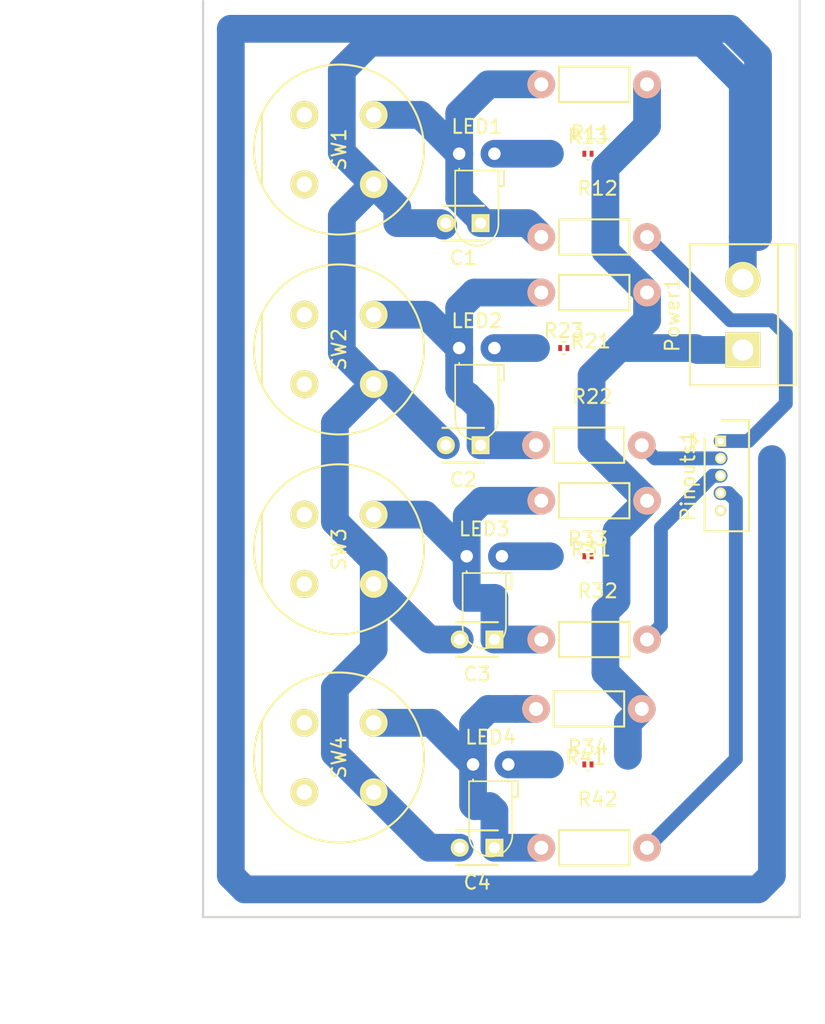
<source format=kicad_pcb>
(kicad_pcb (version 4) (host pcbnew 4.0.6-e0-6349~53~ubuntu16.04.1)

  (general
    (links 40)
    (no_connects 12)
    (area 119.924999 59.924999 165.055 126.075001)
    (thickness 1.6)
    (drawings 5)
    (tracks 124)
    (zones 0)
    (modules 26)
    (nets 16)
  )

  (page A4)
  (layers
    (0 F.Cu signal)
    (31 B.Cu signal)
    (32 B.Adhes user)
    (33 F.Adhes user)
    (34 B.Paste user)
    (35 F.Paste user)
    (36 B.SilkS user)
    (37 F.SilkS user)
    (38 B.Mask user)
    (39 F.Mask user)
    (40 Dwgs.User user)
    (41 Cmts.User user)
    (42 Eco1.User user)
    (43 Eco2.User user)
    (44 Edge.Cuts user)
    (45 Margin user)
    (46 B.CrtYd user)
    (47 F.CrtYd user)
    (48 B.Fab user)
    (49 F.Fab user)
  )

  (setup
    (last_trace_width 2)
    (trace_clearance 0.2)
    (zone_clearance 0.508)
    (zone_45_only no)
    (trace_min 0.2)
    (segment_width 0.2)
    (edge_width 0.15)
    (via_size 0.6)
    (via_drill 0.4)
    (via_min_size 0.4)
    (via_min_drill 0.3)
    (uvia_size 0.3)
    (uvia_drill 0.1)
    (uvias_allowed no)
    (uvia_min_size 0.2)
    (uvia_min_drill 0.1)
    (pcb_text_width 0.3)
    (pcb_text_size 1.5 1.5)
    (mod_edge_width 0.15)
    (mod_text_size 1 1)
    (mod_text_width 0.15)
    (pad_size 1.524 1.524)
    (pad_drill 0.762)
    (pad_to_mask_clearance 0.2)
    (aux_axis_origin 0 0)
    (visible_elements FFFFFFFF)
    (pcbplotparams
      (layerselection 0x00030_80000001)
      (usegerberextensions false)
      (excludeedgelayer true)
      (linewidth 0.100000)
      (plotframeref false)
      (viasonmask false)
      (mode 1)
      (useauxorigin false)
      (hpglpennumber 1)
      (hpglpenspeed 20)
      (hpglpendiameter 15)
      (hpglpenoverlay 2)
      (psnegative false)
      (psa4output false)
      (plotreference true)
      (plotvalue true)
      (plotinvisibletext false)
      (padsonsilk false)
      (subtractmaskfromsilk false)
      (outputformat 4)
      (mirror true)
      (drillshape 2)
      (scaleselection 1)
      (outputdirectory output/))
  )

  (net 0 "")
  (net 1 "Net-(C1-Pad1)")
  (net 2 GND)
  (net 3 "Net-(C2-Pad1)")
  (net 4 "Net-(C3-Pad1)")
  (net 5 "Net-(C4-Pad1)")
  (net 6 "Net-(Pinputs1-Pad1)")
  (net 7 "Net-(Pinputs1-Pad2)")
  (net 8 "Net-(Pinputs1-Pad3)")
  (net 9 "Net-(Pinputs1-Pad4)")
  (net 10 "Net-(Pinputs1-Pad5)")
  (net 11 +3V3)
  (net 12 "Net-(LED1-Pad2)")
  (net 13 "Net-(LED2-Pad2)")
  (net 14 "Net-(LED3-Pad2)")
  (net 15 "Net-(LED4-Pad2)")

  (net_class Default "This is the default net class."
    (clearance 0.2)
    (trace_width 2)
    (via_dia 0.6)
    (via_drill 0.4)
    (uvia_dia 0.3)
    (uvia_drill 0.1)
    (add_net +3V3)
    (add_net GND)
    (add_net "Net-(C1-Pad1)")
    (add_net "Net-(C2-Pad1)")
    (add_net "Net-(C3-Pad1)")
    (add_net "Net-(C4-Pad1)")
    (add_net "Net-(LED1-Pad2)")
    (add_net "Net-(LED2-Pad2)")
    (add_net "Net-(LED3-Pad2)")
    (add_net "Net-(LED4-Pad2)")
    (add_net "Net-(Pinputs1-Pad1)")
    (add_net "Net-(Pinputs1-Pad2)")
    (add_net "Net-(Pinputs1-Pad3)")
    (add_net "Net-(Pinputs1-Pad4)")
    (add_net "Net-(Pinputs1-Pad5)")
  )

  (module LEDs:LED_D3.0mm_Horicontal_O1.27mm (layer F.Cu) (tedit 587A6921) (tstamp 595FA432)
    (at 138.46 85)
    (descr "LED, diameter 3.0mm, 2 pins")
    (tags "LED diameter 3.0mm 2 pins")
    (path /595FAD85)
    (fp_text reference LED2 (at 1.27 -1.96) (layer F.SilkS)
      (effects (font (size 1 1) (thickness 0.15)))
    )
    (fp_text value LED (at 1.27 7.63) (layer F.Fab)
      (effects (font (size 1 1) (thickness 0.15)))
    )
    (fp_arc (start 1.27 5.07) (end -0.23 5.07) (angle -180) (layer F.Fab) (width 0.1))
    (fp_arc (start 1.27 5.07) (end -0.29 5.07) (angle -180) (layer F.SilkS) (width 0.12))
    (fp_line (start -0.23 1.27) (end -0.23 5.07) (layer F.Fab) (width 0.1))
    (fp_line (start 2.77 1.27) (end 2.77 5.07) (layer F.Fab) (width 0.1))
    (fp_line (start -0.23 1.27) (end 2.77 1.27) (layer F.Fab) (width 0.1))
    (fp_line (start 3.17 1.27) (end 3.17 2.27) (layer F.Fab) (width 0.1))
    (fp_line (start 3.17 2.27) (end 2.77 2.27) (layer F.Fab) (width 0.1))
    (fp_line (start 2.77 2.27) (end 2.77 1.27) (layer F.Fab) (width 0.1))
    (fp_line (start 2.77 1.27) (end 3.17 1.27) (layer F.Fab) (width 0.1))
    (fp_line (start 0 0) (end 0 1.27) (layer F.Fab) (width 0.1))
    (fp_line (start 0 1.27) (end 0 1.27) (layer F.Fab) (width 0.1))
    (fp_line (start 0 1.27) (end 0 0) (layer F.Fab) (width 0.1))
    (fp_line (start 0 0) (end 0 0) (layer F.Fab) (width 0.1))
    (fp_line (start 2.54 0) (end 2.54 1.27) (layer F.Fab) (width 0.1))
    (fp_line (start 2.54 1.27) (end 2.54 1.27) (layer F.Fab) (width 0.1))
    (fp_line (start 2.54 1.27) (end 2.54 0) (layer F.Fab) (width 0.1))
    (fp_line (start 2.54 0) (end 2.54 0) (layer F.Fab) (width 0.1))
    (fp_line (start -0.29 1.21) (end -0.29 5.07) (layer F.SilkS) (width 0.12))
    (fp_line (start 2.83 1.21) (end 2.83 5.07) (layer F.SilkS) (width 0.12))
    (fp_line (start -0.29 1.21) (end 2.83 1.21) (layer F.SilkS) (width 0.12))
    (fp_line (start 3.23 1.21) (end 3.23 2.33) (layer F.SilkS) (width 0.12))
    (fp_line (start 3.23 2.33) (end 2.83 2.33) (layer F.SilkS) (width 0.12))
    (fp_line (start 2.83 2.33) (end 2.83 1.21) (layer F.SilkS) (width 0.12))
    (fp_line (start 2.83 1.21) (end 3.23 1.21) (layer F.SilkS) (width 0.12))
    (fp_line (start 0 1.08) (end 0 1.21) (layer F.SilkS) (width 0.12))
    (fp_line (start 0 1.21) (end 0 1.21) (layer F.SilkS) (width 0.12))
    (fp_line (start 0 1.21) (end 0 1.08) (layer F.SilkS) (width 0.12))
    (fp_line (start 0 1.08) (end 0 1.08) (layer F.SilkS) (width 0.12))
    (fp_line (start 2.54 1.08) (end 2.54 1.21) (layer F.SilkS) (width 0.12))
    (fp_line (start 2.54 1.21) (end 2.54 1.21) (layer F.SilkS) (width 0.12))
    (fp_line (start 2.54 1.21) (end 2.54 1.08) (layer F.SilkS) (width 0.12))
    (fp_line (start 2.54 1.08) (end 2.54 1.08) (layer F.SilkS) (width 0.12))
    (fp_line (start -1.25 -1.25) (end -1.25 6.9) (layer F.CrtYd) (width 0.05))
    (fp_line (start -1.25 6.9) (end 3.75 6.9) (layer F.CrtYd) (width 0.05))
    (fp_line (start 3.75 6.9) (end 3.75 -1.25) (layer F.CrtYd) (width 0.05))
    (fp_line (start 3.75 -1.25) (end -1.25 -1.25) (layer F.CrtYd) (width 0.05))
    (pad 1 thru_hole rect (at 0 0) (size 1.8 1.8) (drill 0.9) (layers *.Cu *.Mask)
      (net 3 "Net-(C2-Pad1)"))
    (pad 2 thru_hole circle (at 2.54 0) (size 1.8 1.8) (drill 0.9) (layers *.Cu *.Mask)
      (net 13 "Net-(LED2-Pad2)"))
    (model LEDs.3dshapes/LED_D3.0mm_Horicontal_O1.27mm.wrl
      (at (xyz 0 0 0))
      (scale (xyz 0.393701 0.393701 0.393701))
      (rotate (xyz 0 0 0))
    )
  )

  (module Capacitors_ThroughHole:C_Disc_D3_P2.5 (layer F.Cu) (tedit 0) (tstamp 58E0DC88)
    (at 140 76 180)
    (descr "Capacitor 3mm Disc, Pitch 2.5mm")
    (tags Capacitor)
    (path /58E0D734)
    (fp_text reference C1 (at 1.25 -2.5 180) (layer F.SilkS)
      (effects (font (size 1 1) (thickness 0.15)))
    )
    (fp_text value 100uF (at 1.25 2.5 180) (layer F.Fab)
      (effects (font (size 1 1) (thickness 0.15)))
    )
    (fp_line (start -0.9 -1.5) (end 3.4 -1.5) (layer F.CrtYd) (width 0.05))
    (fp_line (start 3.4 -1.5) (end 3.4 1.5) (layer F.CrtYd) (width 0.05))
    (fp_line (start 3.4 1.5) (end -0.9 1.5) (layer F.CrtYd) (width 0.05))
    (fp_line (start -0.9 1.5) (end -0.9 -1.5) (layer F.CrtYd) (width 0.05))
    (fp_line (start -0.25 -1.25) (end 2.75 -1.25) (layer F.SilkS) (width 0.15))
    (fp_line (start 2.75 1.25) (end -0.25 1.25) (layer F.SilkS) (width 0.15))
    (pad 1 thru_hole rect (at 0 0 180) (size 1.3 1.3) (drill 0.8) (layers *.Cu *.Mask F.SilkS)
      (net 1 "Net-(C1-Pad1)"))
    (pad 2 thru_hole circle (at 2.5 0 180) (size 1.3 1.3) (drill 0.8001) (layers *.Cu *.Mask F.SilkS)
      (net 2 GND))
    (model Capacitors_ThroughHole.3dshapes/C_Disc_D3_P2.5.wrl
      (at (xyz 0.0492126 0 0))
      (scale (xyz 1 1 1))
      (rotate (xyz 0 0 0))
    )
  )

  (module Capacitors_ThroughHole:C_Disc_D3_P2.5 (layer F.Cu) (tedit 0) (tstamp 58E0DC8E)
    (at 140 92 180)
    (descr "Capacitor 3mm Disc, Pitch 2.5mm")
    (tags Capacitor)
    (path /58E0DE7F)
    (fp_text reference C2 (at 1.25 -2.5 180) (layer F.SilkS)
      (effects (font (size 1 1) (thickness 0.15)))
    )
    (fp_text value 100uF (at 1.25 2.5 180) (layer F.Fab)
      (effects (font (size 1 1) (thickness 0.15)))
    )
    (fp_line (start -0.9 -1.5) (end 3.4 -1.5) (layer F.CrtYd) (width 0.05))
    (fp_line (start 3.4 -1.5) (end 3.4 1.5) (layer F.CrtYd) (width 0.05))
    (fp_line (start 3.4 1.5) (end -0.9 1.5) (layer F.CrtYd) (width 0.05))
    (fp_line (start -0.9 1.5) (end -0.9 -1.5) (layer F.CrtYd) (width 0.05))
    (fp_line (start -0.25 -1.25) (end 2.75 -1.25) (layer F.SilkS) (width 0.15))
    (fp_line (start 2.75 1.25) (end -0.25 1.25) (layer F.SilkS) (width 0.15))
    (pad 1 thru_hole rect (at 0 0 180) (size 1.3 1.3) (drill 0.8) (layers *.Cu *.Mask F.SilkS)
      (net 3 "Net-(C2-Pad1)"))
    (pad 2 thru_hole circle (at 2.5 0 180) (size 1.3 1.3) (drill 0.8001) (layers *.Cu *.Mask F.SilkS)
      (net 2 GND))
    (model Capacitors_ThroughHole.3dshapes/C_Disc_D3_P2.5.wrl
      (at (xyz 0.0492126 0 0))
      (scale (xyz 1 1 1))
      (rotate (xyz 0 0 0))
    )
  )

  (module Capacitors_ThroughHole:C_Disc_D3_P2.5 (layer F.Cu) (tedit 0) (tstamp 58E0DC94)
    (at 141 106 180)
    (descr "Capacitor 3mm Disc, Pitch 2.5mm")
    (tags Capacitor)
    (path /58E0E009)
    (fp_text reference C3 (at 1.25 -2.5 180) (layer F.SilkS)
      (effects (font (size 1 1) (thickness 0.15)))
    )
    (fp_text value 100uF (at 1.25 2.5 180) (layer F.Fab)
      (effects (font (size 1 1) (thickness 0.15)))
    )
    (fp_line (start -0.9 -1.5) (end 3.4 -1.5) (layer F.CrtYd) (width 0.05))
    (fp_line (start 3.4 -1.5) (end 3.4 1.5) (layer F.CrtYd) (width 0.05))
    (fp_line (start 3.4 1.5) (end -0.9 1.5) (layer F.CrtYd) (width 0.05))
    (fp_line (start -0.9 1.5) (end -0.9 -1.5) (layer F.CrtYd) (width 0.05))
    (fp_line (start -0.25 -1.25) (end 2.75 -1.25) (layer F.SilkS) (width 0.15))
    (fp_line (start 2.75 1.25) (end -0.25 1.25) (layer F.SilkS) (width 0.15))
    (pad 1 thru_hole rect (at 0 0 180) (size 1.3 1.3) (drill 0.8) (layers *.Cu *.Mask F.SilkS)
      (net 4 "Net-(C3-Pad1)"))
    (pad 2 thru_hole circle (at 2.5 0 180) (size 1.3 1.3) (drill 0.8001) (layers *.Cu *.Mask F.SilkS)
      (net 2 GND))
    (model Capacitors_ThroughHole.3dshapes/C_Disc_D3_P2.5.wrl
      (at (xyz 0.0492126 0 0))
      (scale (xyz 1 1 1))
      (rotate (xyz 0 0 0))
    )
  )

  (module Capacitors_ThroughHole:C_Disc_D3_P2.5 (layer F.Cu) (tedit 0) (tstamp 58E0DC9A)
    (at 141 121 180)
    (descr "Capacitor 3mm Disc, Pitch 2.5mm")
    (tags Capacitor)
    (path /58E0E213)
    (fp_text reference C4 (at 1.25 -2.5 180) (layer F.SilkS)
      (effects (font (size 1 1) (thickness 0.15)))
    )
    (fp_text value 100uF (at 1.25 2.5 180) (layer F.Fab)
      (effects (font (size 1 1) (thickness 0.15)))
    )
    (fp_line (start -0.9 -1.5) (end 3.4 -1.5) (layer F.CrtYd) (width 0.05))
    (fp_line (start 3.4 -1.5) (end 3.4 1.5) (layer F.CrtYd) (width 0.05))
    (fp_line (start 3.4 1.5) (end -0.9 1.5) (layer F.CrtYd) (width 0.05))
    (fp_line (start -0.9 1.5) (end -0.9 -1.5) (layer F.CrtYd) (width 0.05))
    (fp_line (start -0.25 -1.25) (end 2.75 -1.25) (layer F.SilkS) (width 0.15))
    (fp_line (start 2.75 1.25) (end -0.25 1.25) (layer F.SilkS) (width 0.15))
    (pad 1 thru_hole rect (at 0 0 180) (size 1.3 1.3) (drill 0.8) (layers *.Cu *.Mask F.SilkS)
      (net 5 "Net-(C4-Pad1)"))
    (pad 2 thru_hole circle (at 2.5 0 180) (size 1.3 1.3) (drill 0.8001) (layers *.Cu *.Mask F.SilkS)
      (net 2 GND))
    (model Capacitors_ThroughHole.3dshapes/C_Disc_D3_P2.5.wrl
      (at (xyz 0.0492126 0 0))
      (scale (xyz 1 1 1))
      (rotate (xyz 0 0 0))
    )
  )

  (module Resistors_ThroughHole:Resistor_Horizontal_RM7mm (layer F.Cu) (tedit 569FCF07) (tstamp 58E0DCB0)
    (at 152 66 180)
    (descr "Resistor, Axial,  RM 7.62mm, 1/3W,")
    (tags "Resistor Axial RM 7.62mm 1/3W R3")
    (path /58E0D645)
    (fp_text reference R11 (at 4.05892 -3.50012 180) (layer F.SilkS)
      (effects (font (size 1 1) (thickness 0.15)))
    )
    (fp_text value 10k (at 3.81 3.81 180) (layer F.Fab)
      (effects (font (size 1 1) (thickness 0.15)))
    )
    (fp_line (start -1.25 -1.5) (end 8.85 -1.5) (layer F.CrtYd) (width 0.05))
    (fp_line (start -1.25 1.5) (end -1.25 -1.5) (layer F.CrtYd) (width 0.05))
    (fp_line (start 8.85 -1.5) (end 8.85 1.5) (layer F.CrtYd) (width 0.05))
    (fp_line (start -1.25 1.5) (end 8.85 1.5) (layer F.CrtYd) (width 0.05))
    (fp_line (start 1.27 -1.27) (end 6.35 -1.27) (layer F.SilkS) (width 0.15))
    (fp_line (start 6.35 -1.27) (end 6.35 1.27) (layer F.SilkS) (width 0.15))
    (fp_line (start 6.35 1.27) (end 1.27 1.27) (layer F.SilkS) (width 0.15))
    (fp_line (start 1.27 1.27) (end 1.27 -1.27) (layer F.SilkS) (width 0.15))
    (pad 1 thru_hole circle (at 0 0 180) (size 1.99898 1.99898) (drill 1.00076) (layers *.Cu *.SilkS *.Mask)
      (net 11 +3V3))
    (pad 2 thru_hole circle (at 7.62 0 180) (size 1.99898 1.99898) (drill 1.00076) (layers *.Cu *.SilkS *.Mask)
      (net 1 "Net-(C1-Pad1)"))
  )

  (module Resistors_ThroughHole:Resistor_Horizontal_RM7mm (layer F.Cu) (tedit 569FCF07) (tstamp 58E0DCB6)
    (at 144.38 77)
    (descr "Resistor, Axial,  RM 7.62mm, 1/3W,")
    (tags "Resistor Axial RM 7.62mm 1/3W R3")
    (path /58E0D704)
    (fp_text reference R12 (at 4.05892 -3.50012) (layer F.SilkS)
      (effects (font (size 1 1) (thickness 0.15)))
    )
    (fp_text value 1k (at 3.81 3.81) (layer F.Fab)
      (effects (font (size 1 1) (thickness 0.15)))
    )
    (fp_line (start -1.25 -1.5) (end 8.85 -1.5) (layer F.CrtYd) (width 0.05))
    (fp_line (start -1.25 1.5) (end -1.25 -1.5) (layer F.CrtYd) (width 0.05))
    (fp_line (start 8.85 -1.5) (end 8.85 1.5) (layer F.CrtYd) (width 0.05))
    (fp_line (start -1.25 1.5) (end 8.85 1.5) (layer F.CrtYd) (width 0.05))
    (fp_line (start 1.27 -1.27) (end 6.35 -1.27) (layer F.SilkS) (width 0.15))
    (fp_line (start 6.35 -1.27) (end 6.35 1.27) (layer F.SilkS) (width 0.15))
    (fp_line (start 6.35 1.27) (end 1.27 1.27) (layer F.SilkS) (width 0.15))
    (fp_line (start 1.27 1.27) (end 1.27 -1.27) (layer F.SilkS) (width 0.15))
    (pad 1 thru_hole circle (at 0 0) (size 1.99898 1.99898) (drill 1.00076) (layers *.Cu *.SilkS *.Mask)
      (net 1 "Net-(C1-Pad1)"))
    (pad 2 thru_hole circle (at 7.62 0) (size 1.99898 1.99898) (drill 1.00076) (layers *.Cu *.SilkS *.Mask)
      (net 6 "Net-(Pinputs1-Pad1)"))
  )

  (module Resistors_ThroughHole:Resistor_Horizontal_RM7mm (layer F.Cu) (tedit 569FCF07) (tstamp 58E0DCBC)
    (at 152 81 180)
    (descr "Resistor, Axial,  RM 7.62mm, 1/3W,")
    (tags "Resistor Axial RM 7.62mm 1/3W R3")
    (path /58E0DE73)
    (fp_text reference R21 (at 4.05892 -3.50012 180) (layer F.SilkS)
      (effects (font (size 1 1) (thickness 0.15)))
    )
    (fp_text value 10k (at 3.81 3.81 180) (layer F.Fab)
      (effects (font (size 1 1) (thickness 0.15)))
    )
    (fp_line (start -1.25 -1.5) (end 8.85 -1.5) (layer F.CrtYd) (width 0.05))
    (fp_line (start -1.25 1.5) (end -1.25 -1.5) (layer F.CrtYd) (width 0.05))
    (fp_line (start 8.85 -1.5) (end 8.85 1.5) (layer F.CrtYd) (width 0.05))
    (fp_line (start -1.25 1.5) (end 8.85 1.5) (layer F.CrtYd) (width 0.05))
    (fp_line (start 1.27 -1.27) (end 6.35 -1.27) (layer F.SilkS) (width 0.15))
    (fp_line (start 6.35 -1.27) (end 6.35 1.27) (layer F.SilkS) (width 0.15))
    (fp_line (start 6.35 1.27) (end 1.27 1.27) (layer F.SilkS) (width 0.15))
    (fp_line (start 1.27 1.27) (end 1.27 -1.27) (layer F.SilkS) (width 0.15))
    (pad 1 thru_hole circle (at 0 0 180) (size 1.99898 1.99898) (drill 1.00076) (layers *.Cu *.SilkS *.Mask)
      (net 11 +3V3))
    (pad 2 thru_hole circle (at 7.62 0 180) (size 1.99898 1.99898) (drill 1.00076) (layers *.Cu *.SilkS *.Mask)
      (net 3 "Net-(C2-Pad1)"))
  )

  (module Resistors_ThroughHole:Resistor_Horizontal_RM7mm (layer F.Cu) (tedit 569FCF07) (tstamp 58E0DCC2)
    (at 144 92)
    (descr "Resistor, Axial,  RM 7.62mm, 1/3W,")
    (tags "Resistor Axial RM 7.62mm 1/3W R3")
    (path /58E0DE79)
    (fp_text reference R22 (at 4.05892 -3.50012) (layer F.SilkS)
      (effects (font (size 1 1) (thickness 0.15)))
    )
    (fp_text value 1k (at 3.81 3.81) (layer F.Fab)
      (effects (font (size 1 1) (thickness 0.15)))
    )
    (fp_line (start -1.25 -1.5) (end 8.85 -1.5) (layer F.CrtYd) (width 0.05))
    (fp_line (start -1.25 1.5) (end -1.25 -1.5) (layer F.CrtYd) (width 0.05))
    (fp_line (start 8.85 -1.5) (end 8.85 1.5) (layer F.CrtYd) (width 0.05))
    (fp_line (start -1.25 1.5) (end 8.85 1.5) (layer F.CrtYd) (width 0.05))
    (fp_line (start 1.27 -1.27) (end 6.35 -1.27) (layer F.SilkS) (width 0.15))
    (fp_line (start 6.35 -1.27) (end 6.35 1.27) (layer F.SilkS) (width 0.15))
    (fp_line (start 6.35 1.27) (end 1.27 1.27) (layer F.SilkS) (width 0.15))
    (fp_line (start 1.27 1.27) (end 1.27 -1.27) (layer F.SilkS) (width 0.15))
    (pad 1 thru_hole circle (at 0 0) (size 1.99898 1.99898) (drill 1.00076) (layers *.Cu *.SilkS *.Mask)
      (net 3 "Net-(C2-Pad1)"))
    (pad 2 thru_hole circle (at 7.62 0) (size 1.99898 1.99898) (drill 1.00076) (layers *.Cu *.SilkS *.Mask)
      (net 7 "Net-(Pinputs1-Pad2)"))
  )

  (module Resistors_ThroughHole:Resistor_Horizontal_RM7mm (layer F.Cu) (tedit 569FCF07) (tstamp 58E0DCC8)
    (at 152 96 180)
    (descr "Resistor, Axial,  RM 7.62mm, 1/3W,")
    (tags "Resistor Axial RM 7.62mm 1/3W R3")
    (path /58E0DFFD)
    (fp_text reference R31 (at 4.05892 -3.50012 180) (layer F.SilkS)
      (effects (font (size 1 1) (thickness 0.15)))
    )
    (fp_text value 10k (at 3.81 3.81 180) (layer F.Fab)
      (effects (font (size 1 1) (thickness 0.15)))
    )
    (fp_line (start -1.25 -1.5) (end 8.85 -1.5) (layer F.CrtYd) (width 0.05))
    (fp_line (start -1.25 1.5) (end -1.25 -1.5) (layer F.CrtYd) (width 0.05))
    (fp_line (start 8.85 -1.5) (end 8.85 1.5) (layer F.CrtYd) (width 0.05))
    (fp_line (start -1.25 1.5) (end 8.85 1.5) (layer F.CrtYd) (width 0.05))
    (fp_line (start 1.27 -1.27) (end 6.35 -1.27) (layer F.SilkS) (width 0.15))
    (fp_line (start 6.35 -1.27) (end 6.35 1.27) (layer F.SilkS) (width 0.15))
    (fp_line (start 6.35 1.27) (end 1.27 1.27) (layer F.SilkS) (width 0.15))
    (fp_line (start 1.27 1.27) (end 1.27 -1.27) (layer F.SilkS) (width 0.15))
    (pad 1 thru_hole circle (at 0 0 180) (size 1.99898 1.99898) (drill 1.00076) (layers *.Cu *.SilkS *.Mask)
      (net 11 +3V3))
    (pad 2 thru_hole circle (at 7.62 0 180) (size 1.99898 1.99898) (drill 1.00076) (layers *.Cu *.SilkS *.Mask)
      (net 4 "Net-(C3-Pad1)"))
  )

  (module Resistors_ThroughHole:Resistor_Horizontal_RM7mm (layer F.Cu) (tedit 569FCF07) (tstamp 58E0DCCE)
    (at 144.38 106)
    (descr "Resistor, Axial,  RM 7.62mm, 1/3W,")
    (tags "Resistor Axial RM 7.62mm 1/3W R3")
    (path /58E0E003)
    (fp_text reference R32 (at 4.05892 -3.50012) (layer F.SilkS)
      (effects (font (size 1 1) (thickness 0.15)))
    )
    (fp_text value 1k (at 3.81 3.81) (layer F.Fab)
      (effects (font (size 1 1) (thickness 0.15)))
    )
    (fp_line (start -1.25 -1.5) (end 8.85 -1.5) (layer F.CrtYd) (width 0.05))
    (fp_line (start -1.25 1.5) (end -1.25 -1.5) (layer F.CrtYd) (width 0.05))
    (fp_line (start 8.85 -1.5) (end 8.85 1.5) (layer F.CrtYd) (width 0.05))
    (fp_line (start -1.25 1.5) (end 8.85 1.5) (layer F.CrtYd) (width 0.05))
    (fp_line (start 1.27 -1.27) (end 6.35 -1.27) (layer F.SilkS) (width 0.15))
    (fp_line (start 6.35 -1.27) (end 6.35 1.27) (layer F.SilkS) (width 0.15))
    (fp_line (start 6.35 1.27) (end 1.27 1.27) (layer F.SilkS) (width 0.15))
    (fp_line (start 1.27 1.27) (end 1.27 -1.27) (layer F.SilkS) (width 0.15))
    (pad 1 thru_hole circle (at 0 0) (size 1.99898 1.99898) (drill 1.00076) (layers *.Cu *.SilkS *.Mask)
      (net 4 "Net-(C3-Pad1)"))
    (pad 2 thru_hole circle (at 7.62 0) (size 1.99898 1.99898) (drill 1.00076) (layers *.Cu *.SilkS *.Mask)
      (net 8 "Net-(Pinputs1-Pad3)"))
  )

  (module Resistors_ThroughHole:Resistor_Horizontal_RM7mm (layer F.Cu) (tedit 569FCF07) (tstamp 58E0DCD4)
    (at 151.62 111 180)
    (descr "Resistor, Axial,  RM 7.62mm, 1/3W,")
    (tags "Resistor Axial RM 7.62mm 1/3W R3")
    (path /58E0E207)
    (fp_text reference R41 (at 4.05892 -3.50012 180) (layer F.SilkS)
      (effects (font (size 1 1) (thickness 0.15)))
    )
    (fp_text value 10k (at 3.81 3.81 180) (layer F.Fab)
      (effects (font (size 1 1) (thickness 0.15)))
    )
    (fp_line (start -1.25 -1.5) (end 8.85 -1.5) (layer F.CrtYd) (width 0.05))
    (fp_line (start -1.25 1.5) (end -1.25 -1.5) (layer F.CrtYd) (width 0.05))
    (fp_line (start 8.85 -1.5) (end 8.85 1.5) (layer F.CrtYd) (width 0.05))
    (fp_line (start -1.25 1.5) (end 8.85 1.5) (layer F.CrtYd) (width 0.05))
    (fp_line (start 1.27 -1.27) (end 6.35 -1.27) (layer F.SilkS) (width 0.15))
    (fp_line (start 6.35 -1.27) (end 6.35 1.27) (layer F.SilkS) (width 0.15))
    (fp_line (start 6.35 1.27) (end 1.27 1.27) (layer F.SilkS) (width 0.15))
    (fp_line (start 1.27 1.27) (end 1.27 -1.27) (layer F.SilkS) (width 0.15))
    (pad 1 thru_hole circle (at 0 0 180) (size 1.99898 1.99898) (drill 1.00076) (layers *.Cu *.SilkS *.Mask)
      (net 11 +3V3))
    (pad 2 thru_hole circle (at 7.62 0 180) (size 1.99898 1.99898) (drill 1.00076) (layers *.Cu *.SilkS *.Mask)
      (net 5 "Net-(C4-Pad1)"))
  )

  (module Resistors_ThroughHole:Resistor_Horizontal_RM7mm (layer F.Cu) (tedit 569FCF07) (tstamp 58E0DCDA)
    (at 144.38 121)
    (descr "Resistor, Axial,  RM 7.62mm, 1/3W,")
    (tags "Resistor Axial RM 7.62mm 1/3W R3")
    (path /58E0E20D)
    (fp_text reference R42 (at 4.05892 -3.50012) (layer F.SilkS)
      (effects (font (size 1 1) (thickness 0.15)))
    )
    (fp_text value 1k (at 3.81 3.81) (layer F.Fab)
      (effects (font (size 1 1) (thickness 0.15)))
    )
    (fp_line (start -1.25 -1.5) (end 8.85 -1.5) (layer F.CrtYd) (width 0.05))
    (fp_line (start -1.25 1.5) (end -1.25 -1.5) (layer F.CrtYd) (width 0.05))
    (fp_line (start 8.85 -1.5) (end 8.85 1.5) (layer F.CrtYd) (width 0.05))
    (fp_line (start -1.25 1.5) (end 8.85 1.5) (layer F.CrtYd) (width 0.05))
    (fp_line (start 1.27 -1.27) (end 6.35 -1.27) (layer F.SilkS) (width 0.15))
    (fp_line (start 6.35 -1.27) (end 6.35 1.27) (layer F.SilkS) (width 0.15))
    (fp_line (start 6.35 1.27) (end 1.27 1.27) (layer F.SilkS) (width 0.15))
    (fp_line (start 1.27 1.27) (end 1.27 -1.27) (layer F.SilkS) (width 0.15))
    (pad 1 thru_hole circle (at 0 0) (size 1.99898 1.99898) (drill 1.00076) (layers *.Cu *.SilkS *.Mask)
      (net 5 "Net-(C4-Pad1)"))
    (pad 2 thru_hole circle (at 7.62 0) (size 1.99898 1.99898) (drill 1.00076) (layers *.Cu *.SilkS *.Mask)
      (net 9 "Net-(Pinputs1-Pad4)"))
  )

  (module Buttons_Switches_ThroughHole:Push_E-Switch_KS01Q01 (layer F.Cu) (tedit 54BFC791) (tstamp 58E0DCE2)
    (at 132.3 68.2 270)
    (descr "E-Switch KS01Q01")
    (tags "Push Button")
    (path /58E0D787)
    (fp_text reference SW1 (at 2.5 2.5 270) (layer F.SilkS)
      (effects (font (size 1 1) (thickness 0.15)))
    )
    (fp_text value SW_PUSH (at 2.5 -2.04914 270) (layer F.Fab)
      (effects (font (size 1 1) (thickness 0.15)))
    )
    (fp_circle (center 2.5 2.5) (end 8.95 2.5) (layer F.CrtYd) (width 0.05))
    (fp_circle (center 2.5 2.5) (end 8.625 2.5) (layer F.SilkS) (width 0.15))
    (fp_line (start 5.10096 8.04962) (end -0.10096 8.04962) (layer F.SilkS) (width 0.15))
    (pad 1 thru_hole circle (at 0 0 270) (size 2 2) (drill 1.1) (layers *.Cu *.Mask F.SilkS)
      (net 1 "Net-(C1-Pad1)"))
    (pad 2 thru_hole circle (at 5 0 270) (size 2 2) (drill 1.1) (layers *.Cu *.Mask F.SilkS)
      (net 2 GND))
    (pad 4 thru_hole circle (at 5 5 270) (size 2 2) (drill 1.1) (layers *.Cu *.Mask F.SilkS))
    (pad 3 thru_hole circle (at 0 5 270) (size 2 2) (drill 1.1) (layers *.Cu *.Mask F.SilkS))
    (model Buttons_Switches_ThroughHole.3dshapes/Push_E-Switch_KS01Q01.wrl
      (at (xyz 0.1 -0.1 0))
      (scale (xyz 1 1 1))
      (rotate (xyz 0 0 0))
    )
  )

  (module Buttons_Switches_ThroughHole:Push_E-Switch_KS01Q01 (layer F.Cu) (tedit 54BFC791) (tstamp 58E0DCEA)
    (at 132.3 82.6 270)
    (descr "E-Switch KS01Q01")
    (tags "Push Button")
    (path /58E0DE85)
    (fp_text reference SW2 (at 2.5 2.5 270) (layer F.SilkS)
      (effects (font (size 1 1) (thickness 0.15)))
    )
    (fp_text value SW_PUSH (at 2.5 -2.04914 270) (layer F.Fab)
      (effects (font (size 1 1) (thickness 0.15)))
    )
    (fp_circle (center 2.5 2.5) (end 8.95 2.5) (layer F.CrtYd) (width 0.05))
    (fp_circle (center 2.5 2.5) (end 8.625 2.5) (layer F.SilkS) (width 0.15))
    (fp_line (start 5.10096 8.04962) (end -0.10096 8.04962) (layer F.SilkS) (width 0.15))
    (pad 1 thru_hole circle (at 0 0 270) (size 2 2) (drill 1.1) (layers *.Cu *.Mask F.SilkS)
      (net 3 "Net-(C2-Pad1)"))
    (pad 2 thru_hole circle (at 5 0 270) (size 2 2) (drill 1.1) (layers *.Cu *.Mask F.SilkS)
      (net 2 GND))
    (pad 4 thru_hole circle (at 5 5 270) (size 2 2) (drill 1.1) (layers *.Cu *.Mask F.SilkS))
    (pad 3 thru_hole circle (at 0 5 270) (size 2 2) (drill 1.1) (layers *.Cu *.Mask F.SilkS))
    (model Buttons_Switches_ThroughHole.3dshapes/Push_E-Switch_KS01Q01.wrl
      (at (xyz 0.1 -0.1 0))
      (scale (xyz 1 1 1))
      (rotate (xyz 0 0 0))
    )
  )

  (module Buttons_Switches_ThroughHole:Push_E-Switch_KS01Q01 (layer F.Cu) (tedit 54BFC791) (tstamp 58E0DCF2)
    (at 132.3 97 270)
    (descr "E-Switch KS01Q01")
    (tags "Push Button")
    (path /58E0E00F)
    (fp_text reference SW3 (at 2.5 2.5 270) (layer F.SilkS)
      (effects (font (size 1 1) (thickness 0.15)))
    )
    (fp_text value SW_PUSH (at 2.5 -2.04914 270) (layer F.Fab)
      (effects (font (size 1 1) (thickness 0.15)))
    )
    (fp_circle (center 2.5 2.5) (end 8.95 2.5) (layer F.CrtYd) (width 0.05))
    (fp_circle (center 2.5 2.5) (end 8.625 2.5) (layer F.SilkS) (width 0.15))
    (fp_line (start 5.10096 8.04962) (end -0.10096 8.04962) (layer F.SilkS) (width 0.15))
    (pad 1 thru_hole circle (at 0 0 270) (size 2 2) (drill 1.1) (layers *.Cu *.Mask F.SilkS)
      (net 4 "Net-(C3-Pad1)"))
    (pad 2 thru_hole circle (at 5 0 270) (size 2 2) (drill 1.1) (layers *.Cu *.Mask F.SilkS)
      (net 2 GND))
    (pad 4 thru_hole circle (at 5 5 270) (size 2 2) (drill 1.1) (layers *.Cu *.Mask F.SilkS))
    (pad 3 thru_hole circle (at 0 5 270) (size 2 2) (drill 1.1) (layers *.Cu *.Mask F.SilkS))
    (model Buttons_Switches_ThroughHole.3dshapes/Push_E-Switch_KS01Q01.wrl
      (at (xyz 0.1 -0.1 0))
      (scale (xyz 1 1 1))
      (rotate (xyz 0 0 0))
    )
  )

  (module Buttons_Switches_ThroughHole:Push_E-Switch_KS01Q01 (layer F.Cu) (tedit 54BFC791) (tstamp 58E0DCFA)
    (at 132.3 112 270)
    (descr "E-Switch KS01Q01")
    (tags "Push Button")
    (path /58E0E219)
    (fp_text reference SW4 (at 2.5 2.5 270) (layer F.SilkS)
      (effects (font (size 1 1) (thickness 0.15)))
    )
    (fp_text value SW_PUSH (at 2.5 -2.04914 270) (layer F.Fab)
      (effects (font (size 1 1) (thickness 0.15)))
    )
    (fp_circle (center 2.5 2.5) (end 8.95 2.5) (layer F.CrtYd) (width 0.05))
    (fp_circle (center 2.5 2.5) (end 8.625 2.5) (layer F.SilkS) (width 0.15))
    (fp_line (start 5.10096 8.04962) (end -0.10096 8.04962) (layer F.SilkS) (width 0.15))
    (pad 1 thru_hole circle (at 0 0 270) (size 2 2) (drill 1.1) (layers *.Cu *.Mask F.SilkS)
      (net 5 "Net-(C4-Pad1)"))
    (pad 2 thru_hole circle (at 5 0 270) (size 2 2) (drill 1.1) (layers *.Cu *.Mask F.SilkS)
      (net 2 GND))
    (pad 4 thru_hole circle (at 5 5 270) (size 2 2) (drill 1.1) (layers *.Cu *.Mask F.SilkS))
    (pad 3 thru_hole circle (at 0 5 270) (size 2 2) (drill 1.1) (layers *.Cu *.Mask F.SilkS))
    (model Buttons_Switches_ThroughHole.3dshapes/Push_E-Switch_KS01Q01.wrl
      (at (xyz 0.1 -0.1 0))
      (scale (xyz 1 1 1))
      (rotate (xyz 0 0 0))
    )
  )

  (module Connectors_Molex:Connector_Molex_PicoBlade_53047-0510 (layer F.Cu) (tedit 0) (tstamp 58E0DCA3)
    (at 157.3 91.7 270)
    (descr "Molex PicoBlade 1.25mm shrouded header. Vertical. 5 ways")
    (path /58E0D7F4)
    (fp_text reference Pinputs1 (at 2.5 2.35 270) (layer F.SilkS)
      (effects (font (size 1 1) (thickness 0.15)))
    )
    (fp_text value CONN_01X05 (at 2.5 -3.25 270) (layer F.Fab)
      (effects (font (size 1 1) (thickness 0.15)))
    )
    (fp_line (start -1.5 -0.12) (end -1.5 -2.05) (layer F.SilkS) (width 0.15))
    (fp_line (start -1.5 -2.05) (end 6.5 -2.05) (layer F.SilkS) (width 0.15))
    (fp_line (start 6.5 -2.05) (end 6.5 1.15) (layer F.SilkS) (width 0.15))
    (fp_line (start 6.5 1.15) (end -0.23 1.15) (layer F.SilkS) (width 0.15))
    (fp_line (start 0 1.65) (end 0.5 2.15) (layer F.SilkS) (width 0.15))
    (fp_line (start 0.5 2.15) (end -0.5 2.15) (layer F.SilkS) (width 0.15))
    (fp_line (start -0.5 2.15) (end 0 1.65) (layer F.SilkS) (width 0.15))
    (fp_line (start -0.23 1.15) (end -1.5 -0.12) (layer F.Fab) (width 0.2))
    (fp_line (start -1.5 -0.12) (end -1.5 -2.05) (layer F.Fab) (width 0.2))
    (fp_line (start -1.5 -2.05) (end 6.5 -2.05) (layer F.Fab) (width 0.2))
    (fp_line (start 6.5 -2.05) (end 6.5 1.15) (layer F.Fab) (width 0.2))
    (fp_line (start 6.5 1.15) (end -0.23 1.15) (layer F.Fab) (width 0.2))
    (pad 1 thru_hole rect (at 0 0 270) (size 0.8 0.8) (drill 0.5) (layers *.Cu *.Mask F.SilkS)
      (net 6 "Net-(Pinputs1-Pad1)"))
    (pad 2 thru_hole oval (at 1.25 0 270) (size 0.8 0.8) (drill 0.5) (layers *.Cu *.Mask F.SilkS)
      (net 7 "Net-(Pinputs1-Pad2)"))
    (pad 3 thru_hole oval (at 2.5 0 270) (size 0.8 0.8) (drill 0.5) (layers *.Cu *.Mask F.SilkS)
      (net 8 "Net-(Pinputs1-Pad3)"))
    (pad 4 thru_hole oval (at 3.75 0 270) (size 0.8 0.8) (drill 0.5) (layers *.Cu *.Mask F.SilkS)
      (net 9 "Net-(Pinputs1-Pad4)"))
    (pad 5 thru_hole oval (at 5 0 270) (size 0.8 0.8) (drill 0.5) (layers *.Cu *.Mask F.SilkS)
      (net 10 "Net-(Pinputs1-Pad5)"))
    (model Connectors_Molex.3dshapes/Connector_Molex_PicoBlade_53047-0510.wrl
      (at (xyz 0.0984252 0 0))
      (scale (xyz 1 1 1))
      (rotate (xyz 0 0 180))
    )
  )

  (module Connect:bornier2 (layer F.Cu) (tedit 0) (tstamp 58E0DCAA)
    (at 158.9 82.6 90)
    (descr "Bornier d'alimentation 2 pins")
    (tags DEV)
    (path /58E0D929)
    (fp_text reference Power1 (at 0 -5.08 90) (layer F.SilkS)
      (effects (font (size 1 1) (thickness 0.15)))
    )
    (fp_text value CONN_01X03 (at 0 5.08 90) (layer F.Fab)
      (effects (font (size 1 1) (thickness 0.15)))
    )
    (fp_line (start 5.08 2.54) (end -5.08 2.54) (layer F.SilkS) (width 0.15))
    (fp_line (start 5.08 3.81) (end 5.08 -3.81) (layer F.SilkS) (width 0.15))
    (fp_line (start 5.08 -3.81) (end -5.08 -3.81) (layer F.SilkS) (width 0.15))
    (fp_line (start -5.08 -3.81) (end -5.08 3.81) (layer F.SilkS) (width 0.15))
    (fp_line (start -5.08 3.81) (end 5.08 3.81) (layer F.SilkS) (width 0.15))
    (pad 1 thru_hole rect (at -2.54 0 90) (size 2.54 2.54) (drill 1.524) (layers *.Cu *.Mask F.SilkS)
      (net 11 +3V3))
    (pad 2 thru_hole circle (at 2.54 0 90) (size 2.54 2.54) (drill 1.524) (layers *.Cu *.Mask F.SilkS)
      (net 2 GND))
    (model Connect.3dshapes/bornier2.wrl
      (at (xyz 0 0 0))
      (scale (xyz 1 1 1))
      (rotate (xyz 0 0 0))
    )
  )

  (module LEDs:LED_D3.0mm_Horicontal_O1.27mm (layer F.Cu) (tedit 587A6921) (tstamp 595FA42C)
    (at 138.46 71)
    (descr "LED, diameter 3.0mm, 2 pins")
    (tags "LED diameter 3.0mm 2 pins")
    (path /595FA595)
    (fp_text reference LED1 (at 1.27 -1.96) (layer F.SilkS)
      (effects (font (size 1 1) (thickness 0.15)))
    )
    (fp_text value LED (at 1.27 7.63) (layer F.Fab)
      (effects (font (size 1 1) (thickness 0.15)))
    )
    (fp_arc (start 1.27 5.07) (end -0.23 5.07) (angle -180) (layer F.Fab) (width 0.1))
    (fp_arc (start 1.27 5.07) (end -0.29 5.07) (angle -180) (layer F.SilkS) (width 0.12))
    (fp_line (start -0.23 1.27) (end -0.23 5.07) (layer F.Fab) (width 0.1))
    (fp_line (start 2.77 1.27) (end 2.77 5.07) (layer F.Fab) (width 0.1))
    (fp_line (start -0.23 1.27) (end 2.77 1.27) (layer F.Fab) (width 0.1))
    (fp_line (start 3.17 1.27) (end 3.17 2.27) (layer F.Fab) (width 0.1))
    (fp_line (start 3.17 2.27) (end 2.77 2.27) (layer F.Fab) (width 0.1))
    (fp_line (start 2.77 2.27) (end 2.77 1.27) (layer F.Fab) (width 0.1))
    (fp_line (start 2.77 1.27) (end 3.17 1.27) (layer F.Fab) (width 0.1))
    (fp_line (start 0 0) (end 0 1.27) (layer F.Fab) (width 0.1))
    (fp_line (start 0 1.27) (end 0 1.27) (layer F.Fab) (width 0.1))
    (fp_line (start 0 1.27) (end 0 0) (layer F.Fab) (width 0.1))
    (fp_line (start 0 0) (end 0 0) (layer F.Fab) (width 0.1))
    (fp_line (start 2.54 0) (end 2.54 1.27) (layer F.Fab) (width 0.1))
    (fp_line (start 2.54 1.27) (end 2.54 1.27) (layer F.Fab) (width 0.1))
    (fp_line (start 2.54 1.27) (end 2.54 0) (layer F.Fab) (width 0.1))
    (fp_line (start 2.54 0) (end 2.54 0) (layer F.Fab) (width 0.1))
    (fp_line (start -0.29 1.21) (end -0.29 5.07) (layer F.SilkS) (width 0.12))
    (fp_line (start 2.83 1.21) (end 2.83 5.07) (layer F.SilkS) (width 0.12))
    (fp_line (start -0.29 1.21) (end 2.83 1.21) (layer F.SilkS) (width 0.12))
    (fp_line (start 3.23 1.21) (end 3.23 2.33) (layer F.SilkS) (width 0.12))
    (fp_line (start 3.23 2.33) (end 2.83 2.33) (layer F.SilkS) (width 0.12))
    (fp_line (start 2.83 2.33) (end 2.83 1.21) (layer F.SilkS) (width 0.12))
    (fp_line (start 2.83 1.21) (end 3.23 1.21) (layer F.SilkS) (width 0.12))
    (fp_line (start 0 1.08) (end 0 1.21) (layer F.SilkS) (width 0.12))
    (fp_line (start 0 1.21) (end 0 1.21) (layer F.SilkS) (width 0.12))
    (fp_line (start 0 1.21) (end 0 1.08) (layer F.SilkS) (width 0.12))
    (fp_line (start 0 1.08) (end 0 1.08) (layer F.SilkS) (width 0.12))
    (fp_line (start 2.54 1.08) (end 2.54 1.21) (layer F.SilkS) (width 0.12))
    (fp_line (start 2.54 1.21) (end 2.54 1.21) (layer F.SilkS) (width 0.12))
    (fp_line (start 2.54 1.21) (end 2.54 1.08) (layer F.SilkS) (width 0.12))
    (fp_line (start 2.54 1.08) (end 2.54 1.08) (layer F.SilkS) (width 0.12))
    (fp_line (start -1.25 -1.25) (end -1.25 6.9) (layer F.CrtYd) (width 0.05))
    (fp_line (start -1.25 6.9) (end 3.75 6.9) (layer F.CrtYd) (width 0.05))
    (fp_line (start 3.75 6.9) (end 3.75 -1.25) (layer F.CrtYd) (width 0.05))
    (fp_line (start 3.75 -1.25) (end -1.25 -1.25) (layer F.CrtYd) (width 0.05))
    (pad 1 thru_hole rect (at 0 0) (size 1.8 1.8) (drill 0.9) (layers *.Cu *.Mask)
      (net 1 "Net-(C1-Pad1)"))
    (pad 2 thru_hole circle (at 2.54 0) (size 1.8 1.8) (drill 0.9) (layers *.Cu *.Mask)
      (net 12 "Net-(LED1-Pad2)"))
    (model LEDs.3dshapes/LED_D3.0mm_Horicontal_O1.27mm.wrl
      (at (xyz 0 0 0))
      (scale (xyz 0.393701 0.393701 0.393701))
      (rotate (xyz 0 0 0))
    )
  )

  (module LEDs:LED_D3.0mm_Horicontal_O1.27mm (layer F.Cu) (tedit 587A6921) (tstamp 595FA438)
    (at 139 100)
    (descr "LED, diameter 3.0mm, 2 pins")
    (tags "LED diameter 3.0mm 2 pins")
    (path /595FAF84)
    (fp_text reference LED3 (at 1.27 -1.96) (layer F.SilkS)
      (effects (font (size 1 1) (thickness 0.15)))
    )
    (fp_text value LED (at 1.27 7.63) (layer F.Fab)
      (effects (font (size 1 1) (thickness 0.15)))
    )
    (fp_arc (start 1.27 5.07) (end -0.23 5.07) (angle -180) (layer F.Fab) (width 0.1))
    (fp_arc (start 1.27 5.07) (end -0.29 5.07) (angle -180) (layer F.SilkS) (width 0.12))
    (fp_line (start -0.23 1.27) (end -0.23 5.07) (layer F.Fab) (width 0.1))
    (fp_line (start 2.77 1.27) (end 2.77 5.07) (layer F.Fab) (width 0.1))
    (fp_line (start -0.23 1.27) (end 2.77 1.27) (layer F.Fab) (width 0.1))
    (fp_line (start 3.17 1.27) (end 3.17 2.27) (layer F.Fab) (width 0.1))
    (fp_line (start 3.17 2.27) (end 2.77 2.27) (layer F.Fab) (width 0.1))
    (fp_line (start 2.77 2.27) (end 2.77 1.27) (layer F.Fab) (width 0.1))
    (fp_line (start 2.77 1.27) (end 3.17 1.27) (layer F.Fab) (width 0.1))
    (fp_line (start 0 0) (end 0 1.27) (layer F.Fab) (width 0.1))
    (fp_line (start 0 1.27) (end 0 1.27) (layer F.Fab) (width 0.1))
    (fp_line (start 0 1.27) (end 0 0) (layer F.Fab) (width 0.1))
    (fp_line (start 0 0) (end 0 0) (layer F.Fab) (width 0.1))
    (fp_line (start 2.54 0) (end 2.54 1.27) (layer F.Fab) (width 0.1))
    (fp_line (start 2.54 1.27) (end 2.54 1.27) (layer F.Fab) (width 0.1))
    (fp_line (start 2.54 1.27) (end 2.54 0) (layer F.Fab) (width 0.1))
    (fp_line (start 2.54 0) (end 2.54 0) (layer F.Fab) (width 0.1))
    (fp_line (start -0.29 1.21) (end -0.29 5.07) (layer F.SilkS) (width 0.12))
    (fp_line (start 2.83 1.21) (end 2.83 5.07) (layer F.SilkS) (width 0.12))
    (fp_line (start -0.29 1.21) (end 2.83 1.21) (layer F.SilkS) (width 0.12))
    (fp_line (start 3.23 1.21) (end 3.23 2.33) (layer F.SilkS) (width 0.12))
    (fp_line (start 3.23 2.33) (end 2.83 2.33) (layer F.SilkS) (width 0.12))
    (fp_line (start 2.83 2.33) (end 2.83 1.21) (layer F.SilkS) (width 0.12))
    (fp_line (start 2.83 1.21) (end 3.23 1.21) (layer F.SilkS) (width 0.12))
    (fp_line (start 0 1.08) (end 0 1.21) (layer F.SilkS) (width 0.12))
    (fp_line (start 0 1.21) (end 0 1.21) (layer F.SilkS) (width 0.12))
    (fp_line (start 0 1.21) (end 0 1.08) (layer F.SilkS) (width 0.12))
    (fp_line (start 0 1.08) (end 0 1.08) (layer F.SilkS) (width 0.12))
    (fp_line (start 2.54 1.08) (end 2.54 1.21) (layer F.SilkS) (width 0.12))
    (fp_line (start 2.54 1.21) (end 2.54 1.21) (layer F.SilkS) (width 0.12))
    (fp_line (start 2.54 1.21) (end 2.54 1.08) (layer F.SilkS) (width 0.12))
    (fp_line (start 2.54 1.08) (end 2.54 1.08) (layer F.SilkS) (width 0.12))
    (fp_line (start -1.25 -1.25) (end -1.25 6.9) (layer F.CrtYd) (width 0.05))
    (fp_line (start -1.25 6.9) (end 3.75 6.9) (layer F.CrtYd) (width 0.05))
    (fp_line (start 3.75 6.9) (end 3.75 -1.25) (layer F.CrtYd) (width 0.05))
    (fp_line (start 3.75 -1.25) (end -1.25 -1.25) (layer F.CrtYd) (width 0.05))
    (pad 1 thru_hole rect (at 0 0) (size 1.8 1.8) (drill 0.9) (layers *.Cu *.Mask)
      (net 4 "Net-(C3-Pad1)"))
    (pad 2 thru_hole circle (at 2.54 0) (size 1.8 1.8) (drill 0.9) (layers *.Cu *.Mask)
      (net 14 "Net-(LED3-Pad2)"))
    (model LEDs.3dshapes/LED_D3.0mm_Horicontal_O1.27mm.wrl
      (at (xyz 0 0 0))
      (scale (xyz 0.393701 0.393701 0.393701))
      (rotate (xyz 0 0 0))
    )
  )

  (module LEDs:LED_D3.0mm_Horicontal_O1.27mm (layer F.Cu) (tedit 587A6921) (tstamp 595FA43E)
    (at 139.46 115)
    (descr "LED, diameter 3.0mm, 2 pins")
    (tags "LED diameter 3.0mm 2 pins")
    (path /595FB17E)
    (fp_text reference LED4 (at 1.27 -1.96) (layer F.SilkS)
      (effects (font (size 1 1) (thickness 0.15)))
    )
    (fp_text value LED (at 1.27 7.63) (layer F.Fab)
      (effects (font (size 1 1) (thickness 0.15)))
    )
    (fp_arc (start 1.27 5.07) (end -0.23 5.07) (angle -180) (layer F.Fab) (width 0.1))
    (fp_arc (start 1.27 5.07) (end -0.29 5.07) (angle -180) (layer F.SilkS) (width 0.12))
    (fp_line (start -0.23 1.27) (end -0.23 5.07) (layer F.Fab) (width 0.1))
    (fp_line (start 2.77 1.27) (end 2.77 5.07) (layer F.Fab) (width 0.1))
    (fp_line (start -0.23 1.27) (end 2.77 1.27) (layer F.Fab) (width 0.1))
    (fp_line (start 3.17 1.27) (end 3.17 2.27) (layer F.Fab) (width 0.1))
    (fp_line (start 3.17 2.27) (end 2.77 2.27) (layer F.Fab) (width 0.1))
    (fp_line (start 2.77 2.27) (end 2.77 1.27) (layer F.Fab) (width 0.1))
    (fp_line (start 2.77 1.27) (end 3.17 1.27) (layer F.Fab) (width 0.1))
    (fp_line (start 0 0) (end 0 1.27) (layer F.Fab) (width 0.1))
    (fp_line (start 0 1.27) (end 0 1.27) (layer F.Fab) (width 0.1))
    (fp_line (start 0 1.27) (end 0 0) (layer F.Fab) (width 0.1))
    (fp_line (start 0 0) (end 0 0) (layer F.Fab) (width 0.1))
    (fp_line (start 2.54 0) (end 2.54 1.27) (layer F.Fab) (width 0.1))
    (fp_line (start 2.54 1.27) (end 2.54 1.27) (layer F.Fab) (width 0.1))
    (fp_line (start 2.54 1.27) (end 2.54 0) (layer F.Fab) (width 0.1))
    (fp_line (start 2.54 0) (end 2.54 0) (layer F.Fab) (width 0.1))
    (fp_line (start -0.29 1.21) (end -0.29 5.07) (layer F.SilkS) (width 0.12))
    (fp_line (start 2.83 1.21) (end 2.83 5.07) (layer F.SilkS) (width 0.12))
    (fp_line (start -0.29 1.21) (end 2.83 1.21) (layer F.SilkS) (width 0.12))
    (fp_line (start 3.23 1.21) (end 3.23 2.33) (layer F.SilkS) (width 0.12))
    (fp_line (start 3.23 2.33) (end 2.83 2.33) (layer F.SilkS) (width 0.12))
    (fp_line (start 2.83 2.33) (end 2.83 1.21) (layer F.SilkS) (width 0.12))
    (fp_line (start 2.83 1.21) (end 3.23 1.21) (layer F.SilkS) (width 0.12))
    (fp_line (start 0 1.08) (end 0 1.21) (layer F.SilkS) (width 0.12))
    (fp_line (start 0 1.21) (end 0 1.21) (layer F.SilkS) (width 0.12))
    (fp_line (start 0 1.21) (end 0 1.08) (layer F.SilkS) (width 0.12))
    (fp_line (start 0 1.08) (end 0 1.08) (layer F.SilkS) (width 0.12))
    (fp_line (start 2.54 1.08) (end 2.54 1.21) (layer F.SilkS) (width 0.12))
    (fp_line (start 2.54 1.21) (end 2.54 1.21) (layer F.SilkS) (width 0.12))
    (fp_line (start 2.54 1.21) (end 2.54 1.08) (layer F.SilkS) (width 0.12))
    (fp_line (start 2.54 1.08) (end 2.54 1.08) (layer F.SilkS) (width 0.12))
    (fp_line (start -1.25 -1.25) (end -1.25 6.9) (layer F.CrtYd) (width 0.05))
    (fp_line (start -1.25 6.9) (end 3.75 6.9) (layer F.CrtYd) (width 0.05))
    (fp_line (start 3.75 6.9) (end 3.75 -1.25) (layer F.CrtYd) (width 0.05))
    (fp_line (start 3.75 -1.25) (end -1.25 -1.25) (layer F.CrtYd) (width 0.05))
    (pad 1 thru_hole rect (at 0 0) (size 1.8 1.8) (drill 0.9) (layers *.Cu *.Mask)
      (net 5 "Net-(C4-Pad1)"))
    (pad 2 thru_hole circle (at 2.54 0) (size 1.8 1.8) (drill 0.9) (layers *.Cu *.Mask)
      (net 15 "Net-(LED4-Pad2)"))
    (model LEDs.3dshapes/LED_D3.0mm_Horicontal_O1.27mm.wrl
      (at (xyz 0 0 0))
      (scale (xyz 0.393701 0.393701 0.393701))
      (rotate (xyz 0 0 0))
    )
  )

  (module Resistors_SMD:R_0201 (layer F.Cu) (tedit 58AAD9BA) (tstamp 595FA444)
    (at 147.74 71)
    (descr "Resistor SMD 0201, reflow soldering, Vishay (see crcw0201e3.pdf)")
    (tags "resistor 0201")
    (path /595FA552)
    (attr smd)
    (fp_text reference R13 (at 0 -1.25) (layer F.SilkS)
      (effects (font (size 1 1) (thickness 0.15)))
    )
    (fp_text value 220 (at 0 1.3) (layer F.Fab)
      (effects (font (size 1 1) (thickness 0.15)))
    )
    (fp_text user %R (at 0 -1.25) (layer F.Fab)
      (effects (font (size 1 1) (thickness 0.15)))
    )
    (fp_line (start -0.3 0.15) (end -0.3 -0.15) (layer F.Fab) (width 0.1))
    (fp_line (start 0.3 0.15) (end -0.3 0.15) (layer F.Fab) (width 0.1))
    (fp_line (start 0.3 -0.15) (end 0.3 0.15) (layer F.Fab) (width 0.1))
    (fp_line (start -0.3 -0.15) (end 0.3 -0.15) (layer F.Fab) (width 0.1))
    (fp_line (start 0.12 -0.44) (end -0.12 -0.44) (layer F.SilkS) (width 0.12))
    (fp_line (start -0.12 0.44) (end 0.12 0.44) (layer F.SilkS) (width 0.12))
    (fp_line (start -0.55 -0.37) (end 0.55 -0.37) (layer F.CrtYd) (width 0.05))
    (fp_line (start -0.55 -0.37) (end -0.55 0.36) (layer F.CrtYd) (width 0.05))
    (fp_line (start 0.55 0.36) (end 0.55 -0.37) (layer F.CrtYd) (width 0.05))
    (fp_line (start 0.55 0.36) (end -0.55 0.36) (layer F.CrtYd) (width 0.05))
    (pad 1 smd rect (at -0.26 0) (size 0.28 0.43) (layers F.Cu F.Paste F.Mask)
      (net 12 "Net-(LED1-Pad2)"))
    (pad 2 smd rect (at 0.26 0) (size 0.28 0.43) (layers F.Cu F.Paste F.Mask)
      (net 11 +3V3))
    (model Resistors_SMD.3dshapes/R_0201.wrl
      (at (xyz 0 0 0))
      (scale (xyz 1 1 1))
      (rotate (xyz 0 0 0))
    )
  )

  (module Resistors_SMD:R_0201 (layer F.Cu) (tedit 58AAD9BA) (tstamp 595FA44A)
    (at 146 85)
    (descr "Resistor SMD 0201, reflow soldering, Vishay (see crcw0201e3.pdf)")
    (tags "resistor 0201")
    (path /595FAD7F)
    (attr smd)
    (fp_text reference R23 (at 0 -1.25) (layer F.SilkS)
      (effects (font (size 1 1) (thickness 0.15)))
    )
    (fp_text value 220 (at 0 1.3) (layer F.Fab)
      (effects (font (size 1 1) (thickness 0.15)))
    )
    (fp_text user %R (at 0 -1.25) (layer F.Fab)
      (effects (font (size 1 1) (thickness 0.15)))
    )
    (fp_line (start -0.3 0.15) (end -0.3 -0.15) (layer F.Fab) (width 0.1))
    (fp_line (start 0.3 0.15) (end -0.3 0.15) (layer F.Fab) (width 0.1))
    (fp_line (start 0.3 -0.15) (end 0.3 0.15) (layer F.Fab) (width 0.1))
    (fp_line (start -0.3 -0.15) (end 0.3 -0.15) (layer F.Fab) (width 0.1))
    (fp_line (start 0.12 -0.44) (end -0.12 -0.44) (layer F.SilkS) (width 0.12))
    (fp_line (start -0.12 0.44) (end 0.12 0.44) (layer F.SilkS) (width 0.12))
    (fp_line (start -0.55 -0.37) (end 0.55 -0.37) (layer F.CrtYd) (width 0.05))
    (fp_line (start -0.55 -0.37) (end -0.55 0.36) (layer F.CrtYd) (width 0.05))
    (fp_line (start 0.55 0.36) (end 0.55 -0.37) (layer F.CrtYd) (width 0.05))
    (fp_line (start 0.55 0.36) (end -0.55 0.36) (layer F.CrtYd) (width 0.05))
    (pad 1 smd rect (at -0.26 0) (size 0.28 0.43) (layers F.Cu F.Paste F.Mask)
      (net 13 "Net-(LED2-Pad2)"))
    (pad 2 smd rect (at 0.26 0) (size 0.28 0.43) (layers F.Cu F.Paste F.Mask)
      (net 11 +3V3))
    (model Resistors_SMD.3dshapes/R_0201.wrl
      (at (xyz 0 0 0))
      (scale (xyz 1 1 1))
      (rotate (xyz 0 0 0))
    )
  )

  (module Resistors_SMD:R_0201 (layer F.Cu) (tedit 58AAD9BA) (tstamp 595FA450)
    (at 147.74 100)
    (descr "Resistor SMD 0201, reflow soldering, Vishay (see crcw0201e3.pdf)")
    (tags "resistor 0201")
    (path /595FAF7E)
    (attr smd)
    (fp_text reference R33 (at 0 -1.25) (layer F.SilkS)
      (effects (font (size 1 1) (thickness 0.15)))
    )
    (fp_text value 220 (at 0 1.3) (layer F.Fab)
      (effects (font (size 1 1) (thickness 0.15)))
    )
    (fp_text user %R (at 0 -1.25) (layer F.Fab)
      (effects (font (size 1 1) (thickness 0.15)))
    )
    (fp_line (start -0.3 0.15) (end -0.3 -0.15) (layer F.Fab) (width 0.1))
    (fp_line (start 0.3 0.15) (end -0.3 0.15) (layer F.Fab) (width 0.1))
    (fp_line (start 0.3 -0.15) (end 0.3 0.15) (layer F.Fab) (width 0.1))
    (fp_line (start -0.3 -0.15) (end 0.3 -0.15) (layer F.Fab) (width 0.1))
    (fp_line (start 0.12 -0.44) (end -0.12 -0.44) (layer F.SilkS) (width 0.12))
    (fp_line (start -0.12 0.44) (end 0.12 0.44) (layer F.SilkS) (width 0.12))
    (fp_line (start -0.55 -0.37) (end 0.55 -0.37) (layer F.CrtYd) (width 0.05))
    (fp_line (start -0.55 -0.37) (end -0.55 0.36) (layer F.CrtYd) (width 0.05))
    (fp_line (start 0.55 0.36) (end 0.55 -0.37) (layer F.CrtYd) (width 0.05))
    (fp_line (start 0.55 0.36) (end -0.55 0.36) (layer F.CrtYd) (width 0.05))
    (pad 1 smd rect (at -0.26 0) (size 0.28 0.43) (layers F.Cu F.Paste F.Mask)
      (net 14 "Net-(LED3-Pad2)"))
    (pad 2 smd rect (at 0.26 0) (size 0.28 0.43) (layers F.Cu F.Paste F.Mask)
      (net 11 +3V3))
    (model Resistors_SMD.3dshapes/R_0201.wrl
      (at (xyz 0 0 0))
      (scale (xyz 1 1 1))
      (rotate (xyz 0 0 0))
    )
  )

  (module Resistors_SMD:R_0201 (layer F.Cu) (tedit 58AAD9BA) (tstamp 595FA456)
    (at 147.74 115)
    (descr "Resistor SMD 0201, reflow soldering, Vishay (see crcw0201e3.pdf)")
    (tags "resistor 0201")
    (path /595FB178)
    (attr smd)
    (fp_text reference R34 (at 0 -1.25) (layer F.SilkS)
      (effects (font (size 1 1) (thickness 0.15)))
    )
    (fp_text value 220 (at 0 1.3) (layer F.Fab)
      (effects (font (size 1 1) (thickness 0.15)))
    )
    (fp_text user %R (at 0 -1.25) (layer F.Fab)
      (effects (font (size 1 1) (thickness 0.15)))
    )
    (fp_line (start -0.3 0.15) (end -0.3 -0.15) (layer F.Fab) (width 0.1))
    (fp_line (start 0.3 0.15) (end -0.3 0.15) (layer F.Fab) (width 0.1))
    (fp_line (start 0.3 -0.15) (end 0.3 0.15) (layer F.Fab) (width 0.1))
    (fp_line (start -0.3 -0.15) (end 0.3 -0.15) (layer F.Fab) (width 0.1))
    (fp_line (start 0.12 -0.44) (end -0.12 -0.44) (layer F.SilkS) (width 0.12))
    (fp_line (start -0.12 0.44) (end 0.12 0.44) (layer F.SilkS) (width 0.12))
    (fp_line (start -0.55 -0.37) (end 0.55 -0.37) (layer F.CrtYd) (width 0.05))
    (fp_line (start -0.55 -0.37) (end -0.55 0.36) (layer F.CrtYd) (width 0.05))
    (fp_line (start 0.55 0.36) (end 0.55 -0.37) (layer F.CrtYd) (width 0.05))
    (fp_line (start 0.55 0.36) (end -0.55 0.36) (layer F.CrtYd) (width 0.05))
    (pad 1 smd rect (at -0.26 0) (size 0.28 0.43) (layers F.Cu F.Paste F.Mask)
      (net 15 "Net-(LED4-Pad2)"))
    (pad 2 smd rect (at 0.26 0) (size 0.28 0.43) (layers F.Cu F.Paste F.Mask)
      (net 11 +3V3))
    (model Resistors_SMD.3dshapes/R_0201.wrl
      (at (xyz 0 0 0))
      (scale (xyz 1 1 1))
      (rotate (xyz 0 0 0))
    )
  )

  (dimension 64 (width 0.3) (layer B.Adhes)
    (gr_text 64,000mm (at 111.65 93 90) (layer B.Adhes)
      (effects (font (size 1.5 1.5) (thickness 0.3)))
    )
    (feature1 (pts (xy 123 61) (xy 110.3 61)))
    (feature2 (pts (xy 123 125) (xy 110.3 125)))
    (crossbar (pts (xy 113 125) (xy 113 61)))
    (arrow1a (pts (xy 113 61) (xy 113.586421 62.126504)))
    (arrow1b (pts (xy 113 61) (xy 112.413579 62.126504)))
    (arrow2a (pts (xy 113 125) (xy 113.586421 123.873496)))
    (arrow2b (pts (xy 113 125) (xy 112.413579 123.873496)))
  )
  (dimension 41 (width 0.3) (layer B.Adhes)
    (gr_text 41,000mm (at 141.5 134.35) (layer B.Adhes)
      (effects (font (size 1.5 1.5) (thickness 0.3)))
    )
    (feature1 (pts (xy 121 123) (xy 121 135.7)))
    (feature2 (pts (xy 162 123) (xy 162 135.7)))
    (crossbar (pts (xy 162 133) (xy 121 133)))
    (arrow1a (pts (xy 121 133) (xy 122.126504 132.413579)))
    (arrow1b (pts (xy 121 133) (xy 122.126504 133.586421)))
    (arrow2a (pts (xy 162 133) (xy 160.873496 132.413579)))
    (arrow2b (pts (xy 162 133) (xy 160.873496 133.586421)))
  )
  (gr_line (start 120 126) (end 120 60) (layer Edge.Cuts) (width 0.15))
  (gr_line (start 163 126) (end 120 126) (layer Edge.Cuts) (width 0.15))
  (gr_line (start 163 60) (end 163 126) (layer Edge.Cuts) (width 0.15))

  (segment (start 140 76) (end 143.38 76) (width 2) (layer B.Cu) (net 1))
  (segment (start 143.38 76) (end 144.38 77) (width 2) (layer B.Cu) (net 1))
  (segment (start 138.46 71) (end 138.46 74.221998) (width 2) (layer B.Cu) (net 1))
  (segment (start 140 75.761998) (end 140 76) (width 2) (layer B.Cu) (net 1))
  (segment (start 138.46 74.221998) (end 140 75.761998) (width 2) (layer B.Cu) (net 1))
  (segment (start 138.46 71) (end 138.46 68.1) (width 2) (layer B.Cu) (net 1))
  (segment (start 138.46 68.1) (end 140.56 66) (width 2) (layer B.Cu) (net 1))
  (segment (start 140.56 66) (end 144.38 66) (width 2) (layer B.Cu) (net 1))
  (segment (start 132.3 68.2) (end 135.66 68.2) (width 2) (layer B.Cu) (net 1))
  (segment (start 135.66 68.2) (end 138.46 71) (width 2) (layer B.Cu) (net 1))
  (segment (start 161 93) (end 161 123) (width 2) (layer B.Cu) (net 2))
  (segment (start 161 123) (end 160 124) (width 2) (layer B.Cu) (net 2))
  (segment (start 160 124) (end 123 124) (width 2) (layer B.Cu) (net 2))
  (segment (start 122 62) (end 158 62) (width 2) (layer B.Cu) (net 2))
  (segment (start 123 124) (end 122 123) (width 2) (layer B.Cu) (net 2))
  (segment (start 122 123) (end 122 62) (width 2) (layer B.Cu) (net 2))
  (segment (start 158 62) (end 160 64) (width 2) (layer B.Cu) (net 2))
  (segment (start 160 64) (end 160 77) (width 2) (layer B.Cu) (net 2))
  (segment (start 160 77) (end 158.9 77) (width 2) (layer B.Cu) (net 2))
  (segment (start 158.9 77) (end 158.9 65.9) (width 2) (layer B.Cu) (net 2))
  (segment (start 158.9 80.06) (end 158.9 77) (width 2) (layer B.Cu) (net 2))
  (segment (start 132 63) (end 130 65) (width 2) (layer B.Cu) (net 2))
  (segment (start 158.9 65.9) (end 156 63) (width 2) (layer B.Cu) (net 2))
  (segment (start 156 63) (end 132 63) (width 2) (layer B.Cu) (net 2))
  (segment (start 130 65) (end 130 70.9) (width 2) (layer B.Cu) (net 2))
  (segment (start 130 70.9) (end 132.3 73.2) (width 2) (layer B.Cu) (net 2))
  (segment (start 134 76) (end 137.126719 76) (width 2) (layer B.Cu) (net 2))
  (segment (start 137.126719 76) (end 137.31336 76.186641) (width 2) (layer B.Cu) (net 2))
  (segment (start 134 74.9) (end 134 76) (width 2) (layer B.Cu) (net 2))
  (segment (start 132.3 73.2) (end 134 74.9) (width 2) (layer B.Cu) (net 2))
  (segment (start 132.3 87.6) (end 130 85.3) (width 2) (layer B.Cu) (net 2))
  (segment (start 130 85.3) (end 130 75.5) (width 2) (layer B.Cu) (net 2))
  (segment (start 130 75.5) (end 131.300001 74.199999) (width 2) (layer B.Cu) (net 2))
  (segment (start 131.300001 74.199999) (end 132.3 73.2) (width 2) (layer B.Cu) (net 2))
  (segment (start 133.1 87.6) (end 137.5 92) (width 2) (layer B.Cu) (net 2))
  (segment (start 132.3 87.6) (end 133.1 87.6) (width 2) (layer B.Cu) (net 2))
  (segment (start 132.3 102) (end 132.3 100.3) (width 2) (layer B.Cu) (net 2))
  (segment (start 132.3 100.3) (end 129.500001 97.500001) (width 2) (layer B.Cu) (net 2))
  (segment (start 129.500001 97.500001) (end 129.500001 90.399999) (width 2) (layer B.Cu) (net 2))
  (segment (start 129.500001 90.399999) (end 131.300001 88.599999) (width 2) (layer B.Cu) (net 2))
  (segment (start 131.300001 88.599999) (end 132.3 87.6) (width 2) (layer B.Cu) (net 2))
  (segment (start 129.500001 109.499999) (end 132.3 106.7) (width 2) (layer B.Cu) (net 2))
  (segment (start 132.3 106.7) (end 132.3 102) (width 2) (layer B.Cu) (net 2))
  (segment (start 132.3 117) (end 129.500001 114.200001) (width 2) (layer B.Cu) (net 2))
  (segment (start 129.500001 114.200001) (end 129.500001 109.499999) (width 2) (layer B.Cu) (net 2))
  (segment (start 138.5 106) (end 136.3 106) (width 2) (layer B.Cu) (net 2))
  (segment (start 136.3 106) (end 132.3 102) (width 2) (layer B.Cu) (net 2))
  (segment (start 138.5 121) (end 136.3 121) (width 2) (layer B.Cu) (net 2))
  (segment (start 136.3 121) (end 132.3 117) (width 2) (layer B.Cu) (net 2))
  (segment (start 139 88.44) (end 139.09 88.44) (width 2) (layer B.Cu) (net 3))
  (segment (start 139.09 88.44) (end 140 89.35) (width 2) (layer B.Cu) (net 3))
  (segment (start 140 89.35) (end 140 92) (width 2) (layer B.Cu) (net 3))
  (segment (start 138.46 85) (end 138.46 87.9) (width 2) (layer B.Cu) (net 3))
  (segment (start 138.46 87.9) (end 139 88.44) (width 2) (layer B.Cu) (net 3))
  (segment (start 138.46 85) (end 138.46 82.1) (width 2) (layer B.Cu) (net 3))
  (segment (start 138.46 82.1) (end 139.56 81) (width 2) (layer B.Cu) (net 3))
  (segment (start 142.966508 81) (end 144.38 81) (width 2) (layer B.Cu) (net 3))
  (segment (start 139.56 81) (end 142.966508 81) (width 2) (layer B.Cu) (net 3))
  (segment (start 132.3 82.6) (end 136.06 82.6) (width 2) (layer B.Cu) (net 3))
  (segment (start 136.06 82.6) (end 138.46 85) (width 2) (layer B.Cu) (net 3))
  (segment (start 138.46 85.560001) (end 138.46 85) (width 2) (layer B.Cu) (net 3))
  (segment (start 144 92) (end 140 92) (width 2) (layer B.Cu) (net 3))
  (segment (start 141 103) (end 141 106) (width 2) (layer B.Cu) (net 4))
  (segment (start 139 103) (end 141 103) (width 2) (layer B.Cu) (net 4))
  (segment (start 139 100) (end 139 103) (width 2) (layer B.Cu) (net 4))
  (segment (start 144.38 96) (end 140.1 96) (width 2) (layer B.Cu) (net 4))
  (segment (start 140.1 96) (end 139 97.1) (width 2) (layer B.Cu) (net 4))
  (segment (start 139 97.1) (end 139 100) (width 2) (layer B.Cu) (net 4))
  (segment (start 132.3 97) (end 136 97) (width 2) (layer B.Cu) (net 4))
  (segment (start 136 97) (end 139 100) (width 2) (layer B.Cu) (net 4))
  (segment (start 139 100.568002) (end 139 100) (width 2) (layer B.Cu) (net 4))
  (segment (start 144.38 106) (end 141 106) (width 2) (layer B.Cu) (net 4))
  (segment (start 132.3 112) (end 136.46 112) (width 2) (layer B.Cu) (net 5))
  (segment (start 136.46 112) (end 139.46 115) (width 2) (layer B.Cu) (net 5))
  (segment (start 139.46 115) (end 139.46 112.1) (width 2) (layer B.Cu) (net 5))
  (segment (start 139.46 112.1) (end 140.56 111) (width 2) (layer B.Cu) (net 5))
  (segment (start 140.56 111) (end 142.586508 111) (width 2) (layer B.Cu) (net 5))
  (segment (start 142.586508 111) (end 144 111) (width 2) (layer B.Cu) (net 5))
  (segment (start 140.65 118) (end 139.56 118) (width 2) (layer B.Cu) (net 5))
  (segment (start 139.56 118) (end 139.46 117.9) (width 2) (layer B.Cu) (net 5))
  (segment (start 139.46 117.9) (end 139.46 115) (width 2) (layer B.Cu) (net 5))
  (segment (start 141 121) (end 141 118.35) (width 2) (layer B.Cu) (net 5))
  (segment (start 141 118.35) (end 140.65 118) (width 2) (layer B.Cu) (net 5))
  (segment (start 144.38 121) (end 141 121) (width 2) (layer B.Cu) (net 5))
  (segment (start 152 77) (end 158 83) (width 1) (layer B.Cu) (net 6))
  (segment (start 162 84) (end 162 89) (width 1) (layer B.Cu) (net 6))
  (segment (start 158 83) (end 161 83) (width 1) (layer B.Cu) (net 6))
  (segment (start 161 83) (end 162 84) (width 1) (layer B.Cu) (net 6))
  (segment (start 162 89) (end 159.3 91.7) (width 1) (layer B.Cu) (net 6))
  (segment (start 159.3 91.7) (end 157.3 91.7) (width 1) (layer B.Cu) (net 6))
  (segment (start 157.3 92.95) (end 152.57 92.95) (width 1) (layer B.Cu) (net 7))
  (segment (start 152.57 92.95) (end 151.62 92) (width 1) (layer B.Cu) (net 7))
  (segment (start 153 97.934315) (end 153 105) (width 1) (layer B.Cu) (net 8))
  (segment (start 153 105) (end 152 106) (width 1) (layer B.Cu) (net 8))
  (segment (start 157.3 94.2) (end 156.734315 94.2) (width 1) (layer B.Cu) (net 8))
  (segment (start 156.734315 94.2) (end 153 97.934315) (width 1) (layer B.Cu) (net 8))
  (segment (start 157.3 95.45) (end 157.865685 95.45) (width 1) (layer B.Cu) (net 9))
  (segment (start 158.400001 114.599999) (end 152.999489 120.000511) (width 1) (layer B.Cu) (net 9))
  (segment (start 157.865685 95.45) (end 158.400001 95.984316) (width 1) (layer B.Cu) (net 9))
  (segment (start 158.400001 95.984316) (end 158.400001 114.599999) (width 1) (layer B.Cu) (net 9))
  (segment (start 152.999489 120.000511) (end 152 121) (width 1) (layer B.Cu) (net 9))
  (segment (start 152 83) (end 150 85) (width 2) (layer B.Cu) (net 11))
  (segment (start 150 85) (end 148 87) (width 2) (layer B.Cu) (net 11))
  (segment (start 158.9 85.14) (end 155.63 85.14) (width 2) (layer B.Cu) (net 11))
  (segment (start 155.63 85.14) (end 155.49 85) (width 2) (layer B.Cu) (net 11))
  (segment (start 155.49 85) (end 150 85) (width 2) (layer B.Cu) (net 11))
  (segment (start 151.62 111) (end 150.620511 111.999489) (width 2) (layer B.Cu) (net 11))
  (segment (start 150.620511 111.999489) (end 150.620511 114.379489) (width 2) (layer B.Cu) (net 11))
  (segment (start 149 104) (end 149 108.38) (width 2) (layer B.Cu) (net 11))
  (segment (start 149 108.38) (end 151.62 111) (width 2) (layer B.Cu) (net 11))
  (segment (start 149.800509 103.199491) (end 149 104) (width 2) (layer B.Cu) (net 11))
  (segment (start 152 96) (end 149.800509 98.199491) (width 2) (layer B.Cu) (net 11))
  (segment (start 149.800509 98.199491) (end 149.800509 103.199491) (width 2) (layer B.Cu) (net 11))
  (segment (start 148 92) (end 152 96) (width 2) (layer B.Cu) (net 11))
  (segment (start 148 87) (end 148 92) (width 2) (layer B.Cu) (net 11))
  (segment (start 152 81) (end 152 83) (width 2) (layer B.Cu) (net 11))
  (segment (start 149 72) (end 149 78) (width 2) (layer B.Cu) (net 11))
  (segment (start 149 78) (end 152 81) (width 2) (layer B.Cu) (net 11))
  (segment (start 152 69) (end 149 72) (width 2) (layer B.Cu) (net 11))
  (segment (start 152 66) (end 152 69) (width 2) (layer B.Cu) (net 11))
  (segment (start 141 71) (end 145 71) (width 2) (layer B.Cu) (net 12))
  (segment (start 141 85) (end 144 85) (width 2) (layer B.Cu) (net 13))
  (segment (start 141.54 100) (end 145 100) (width 2) (layer B.Cu) (net 14))
  (segment (start 142 115) (end 145 115) (width 2) (layer B.Cu) (net 15))

  (zone (net 2) (net_name GND) (layer B.Cu) (tstamp 0) (hatch edge 0.508)
    (connect_pads (clearance 0.508))
    (min_thickness 0.254)
    (fill yes (arc_segments 16) (thermal_gap 0.508) (thermal_bridge_width 0.508))
    (polygon
      (pts
        (xy 121 125) (xy 162 125) (xy 162 91) (xy 160 93) (xy 160 115)
        (xy 152 123) (xy 136 123) (xy 128 115) (xy 128 108) (xy 130 106)
        (xy 130 101) (xy 128 99) (xy 126 99) (xy 126 66) (xy 129 62)
        (xy 131 61) (xy 158 61) (xy 161 64) (xy 161 76) (xy 162 76)
        (xy 162 60) (xy 121 60)
      )
    )
  )
)

</source>
